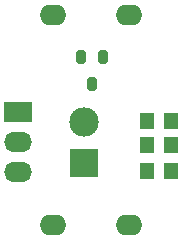
<source format=gts>
%FSTAX24Y24*%
%MOIN*%
G70*
G01*
G75*
G04 Layer_Color=8388736*
%ADD10R,0.0394X0.0500*%
G04:AMPARAMS|DCode=11|XSize=23.6mil|YSize=39.4mil|CornerRadius=3mil|HoleSize=0mil|Usage=FLASHONLY|Rotation=180.000|XOffset=0mil|YOffset=0mil|HoleType=Round|Shape=RoundedRectangle|*
%AMROUNDEDRECTD11*
21,1,0.0236,0.0335,0,0,180.0*
21,1,0.0177,0.0394,0,0,180.0*
1,1,0.0059,-0.0089,0.0167*
1,1,0.0059,0.0089,0.0167*
1,1,0.0059,0.0089,-0.0167*
1,1,0.0059,-0.0089,-0.0167*
%
%ADD11ROUNDEDRECTD11*%
%ADD12C,0.0400*%
%ADD13C,0.0160*%
%ADD14R,0.0846X0.1211*%
%ADD15O,0.0800X0.0600*%
%ADD16R,0.0902X0.0902*%
%ADD17C,0.0902*%
%ADD18O,0.0850X0.0600*%
%ADD19R,0.0850X0.0600*%
%ADD20C,0.0079*%
%ADD21C,0.0100*%
%ADD22C,0.0050*%
%ADD23C,0.0070*%
%ADD24C,0.0197*%
%ADD25R,0.0474X0.0580*%
G04:AMPARAMS|DCode=26|XSize=31.6mil|YSize=47.4mil|CornerRadius=7mil|HoleSize=0mil|Usage=FLASHONLY|Rotation=180.000|XOffset=0mil|YOffset=0mil|HoleType=Round|Shape=RoundedRectangle|*
%AMROUNDEDRECTD26*
21,1,0.0316,0.0335,0,0,180.0*
21,1,0.0177,0.0474,0,0,180.0*
1,1,0.0139,-0.0089,0.0167*
1,1,0.0139,0.0089,0.0167*
1,1,0.0139,0.0089,-0.0167*
1,1,0.0139,-0.0089,-0.0167*
%
%ADD26ROUNDEDRECTD26*%
%ADD27O,0.0880X0.0680*%
%ADD28R,0.0982X0.0982*%
%ADD29C,0.0982*%
%ADD30O,0.0930X0.0680*%
%ADD31R,0.0930X0.0680*%
D25*
X0394Y01725D02*
D03*
X0402D02*
D03*
X0394Y0164D02*
D03*
X0402D02*
D03*
X0394Y01805D02*
D03*
X0402D02*
D03*
D26*
X037924Y020203D02*
D03*
X037176D02*
D03*
X03755Y019297D02*
D03*
D27*
X038806Y01459D02*
D03*
Y021578D02*
D03*
X036256D02*
D03*
Y01459D02*
D03*
D28*
X0373Y01665D02*
D03*
D29*
Y018028D02*
D03*
D30*
X0351Y01635D02*
D03*
Y01735D02*
D03*
D31*
Y01835D02*
D03*
M02*

</source>
